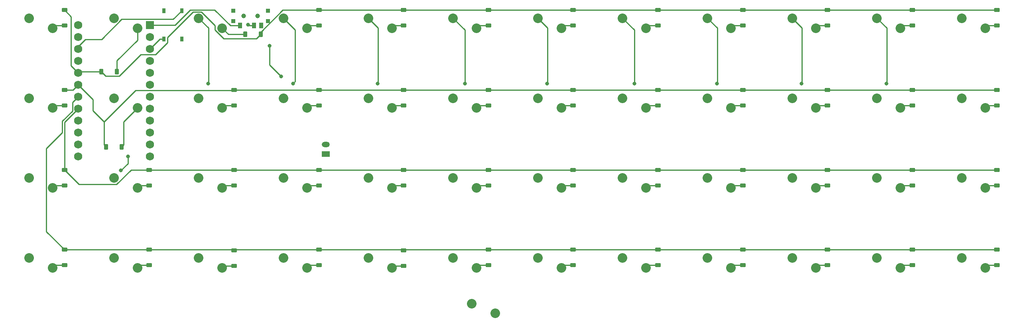
<source format=gbr>
%TF.GenerationSoftware,KiCad,Pcbnew,9.0.3-1.fc42*%
%TF.CreationDate,2025-08-13T23:51:53-04:00*%
%TF.ProjectId,48ish_soldered,34386973-685f-4736-9f6c-64657265642e,v1.0.0*%
%TF.SameCoordinates,Original*%
%TF.FileFunction,Copper,L2,Bot*%
%TF.FilePolarity,Positive*%
%FSLAX46Y46*%
G04 Gerber Fmt 4.6, Leading zero omitted, Abs format (unit mm)*
G04 Created by KiCad (PCBNEW 9.0.3-1.fc42) date 2025-08-13 23:51:53*
%MOMM*%
%LPD*%
G01*
G04 APERTURE LIST*
G04 Aperture macros list*
%AMRoundRect*
0 Rectangle with rounded corners*
0 $1 Rounding radius*
0 $2 $3 $4 $5 $6 $7 $8 $9 X,Y pos of 4 corners*
0 Add a 4 corners polygon primitive as box body*
4,1,4,$2,$3,$4,$5,$6,$7,$8,$9,$2,$3,0*
0 Add four circle primitives for the rounded corners*
1,1,$1+$1,$2,$3*
1,1,$1+$1,$4,$5*
1,1,$1+$1,$6,$7*
1,1,$1+$1,$8,$9*
0 Add four rect primitives between the rounded corners*
20,1,$1+$1,$2,$3,$4,$5,0*
20,1,$1+$1,$4,$5,$6,$7,0*
20,1,$1+$1,$6,$7,$8,$9,0*
20,1,$1+$1,$8,$9,$2,$3,0*%
G04 Aperture macros list end*
%TA.AperFunction,ComponentPad*%
%ADD10C,2.032000*%
%TD*%
%TA.AperFunction,ComponentPad*%
%ADD11C,1.752600*%
%TD*%
%TA.AperFunction,ComponentPad*%
%ADD12R,1.752600X1.752600*%
%TD*%
%TA.AperFunction,SMDPad,CuDef*%
%ADD13R,0.900000X0.900000*%
%TD*%
%TA.AperFunction,WasherPad*%
%ADD14C,1.000000*%
%TD*%
%TA.AperFunction,SMDPad,CuDef*%
%ADD15R,0.900000X1.250000*%
%TD*%
%TA.AperFunction,ComponentPad*%
%ADD16R,1.700000X1.200000*%
%TD*%
%TA.AperFunction,ComponentPad*%
%ADD17O,1.700000X1.200000*%
%TD*%
%TA.AperFunction,SMDPad,CuDef*%
%ADD18R,0.750000X1.000000*%
%TD*%
%TA.AperFunction,SMDPad,CuDef*%
%ADD19RoundRect,0.225000X-0.375000X0.225000X-0.375000X-0.225000X0.375000X-0.225000X0.375000X0.225000X0*%
%TD*%
%TA.AperFunction,SMDPad,CuDef*%
%ADD20RoundRect,0.225000X0.225000X0.375000X-0.225000X0.375000X-0.225000X-0.375000X0.225000X-0.375000X0*%
%TD*%
%TA.AperFunction,SMDPad,CuDef*%
%ADD21RoundRect,0.225000X-0.225000X-0.375000X0.225000X-0.375000X0.225000X0.375000X-0.225000X0.375000X0*%
%TD*%
%TA.AperFunction,ViaPad*%
%ADD22C,0.800000*%
%TD*%
%TA.AperFunction,Conductor*%
%ADD23C,0.250000*%
%TD*%
G04 APERTURE END LIST*
D10*
%TO.P,S32,2*%
%TO.N,eight*%
X126000000Y56900000D03*
%TO.P,S32,1*%
%TO.N,eight_home*%
X131000000Y54800000D03*
%TD*%
%TO.P,S25,2*%
%TO.N,six_modrow*%
X99000000Y11100000D03*
%TO.P,S25,1*%
%TO.N,six*%
X94000000Y13200000D03*
%TD*%
D11*
%TO.P,MCU1,24*%
%TO.N,two*%
X10380000Y44530000D03*
%TO.P,MCU1,23*%
%TO.N,three*%
X10380000Y47070000D03*
%TO.P,MCU1,22*%
%TO.N,four*%
X10380000Y49610000D03*
%TO.P,MCU1,21*%
%TO.N,one*%
X10380000Y52150000D03*
%TO.P,MCU1,20*%
%TO.N,bottom*%
X10380000Y54690000D03*
%TO.P,MCU1,19*%
%TO.N,modrow*%
X10380000Y57230000D03*
%TO.P,MCU1,18*%
%TO.N,home*%
X10380000Y59770000D03*
%TO.P,MCU1,17*%
%TO.N,top*%
X10380000Y62310000D03*
%TO.P,MCU1,16*%
%TO.N,GND*%
X10380000Y64850000D03*
%TO.P,MCU1,15*%
X10380000Y67390000D03*
%TO.P,MCU1,14*%
%TO.N,P0*%
X10380000Y69930000D03*
%TO.P,MCU1,13*%
%TO.N,P1*%
X10380000Y72470000D03*
%TO.P,MCU1,12*%
%TO.N,five*%
X25620000Y44530000D03*
%TO.P,MCU1,11*%
%TO.N,six*%
X25620000Y47070000D03*
%TO.P,MCU1,10*%
%TO.N,seven*%
X25620000Y49610000D03*
%TO.P,MCU1,9*%
%TO.N,eight*%
X25620000Y52150000D03*
%TO.P,MCU1,8*%
%TO.N,nine*%
X25620000Y54690000D03*
%TO.P,MCU1,7*%
%TO.N,ten*%
X25620000Y57230000D03*
%TO.P,MCU1,6*%
%TO.N,eleven*%
X25620000Y59770000D03*
%TO.P,MCU1,5*%
%TO.N,twelve*%
X25620000Y62310000D03*
%TO.P,MCU1,4*%
%TO.N,VCC*%
X25620000Y64850000D03*
%TO.P,MCU1,3*%
%TO.N,RST*%
X25620000Y67390000D03*
%TO.P,MCU1,2*%
%TO.N,GND*%
X25620000Y69930000D03*
D12*
%TO.P,MCU1,1*%
%TO.N,RAW*%
X25620000Y72470000D03*
%TD*%
D13*
%TO.P,S1,*%
%TO.N,*%
X43300000Y75500000D03*
X43300000Y73300000D03*
D14*
X45500000Y74400000D03*
X48500000Y74400000D03*
D13*
X50700000Y75500000D03*
X50700000Y73300000D03*
D15*
%TO.P,S1,1*%
%TO.N,RAW*%
X44750000Y72325000D03*
%TO.P,S1,2*%
%TO.N,BAT*%
X47750000Y72325000D03*
%TO.P,S1,3*%
%TO.N,N/C*%
X49250000Y72325000D03*
%TD*%
D16*
%TO.P,JST1,1*%
%TO.N,BAT*%
X63000000Y45000000D03*
D17*
%TO.P,JST1,2*%
%TO.N,GND*%
X63000000Y47000000D03*
%TD*%
D18*
%TO.P,S2,1*%
%TO.N,N/C*%
X28625000Y75500000D03*
%TO.N,RST*%
X28625000Y69500000D03*
%TO.P,S2,2*%
%TO.N,GND*%
X32375000Y75500000D03*
%TO.N,N/C*%
X32375000Y69500000D03*
%TD*%
D10*
%TO.P,S41,1*%
%TO.N,ten_top*%
X167000000Y71800000D03*
%TO.P,S41,2*%
%TO.N,ten*%
X162000000Y73900000D03*
%TD*%
%TO.P,S29,1*%
%TO.N,seven_top*%
X113000000Y71800000D03*
%TO.P,S29,2*%
%TO.N,seven*%
X108000000Y73900000D03*
%TD*%
%TO.P,S19,1*%
%TO.N,five_home*%
X77000000Y54800000D03*
%TO.P,S19,2*%
%TO.N,five*%
X72000000Y56900000D03*
%TD*%
%TO.P,S8,1*%
%TO.N,two_top*%
X23000000Y71800000D03*
%TO.P,S8,2*%
%TO.N,two*%
X18000000Y73900000D03*
%TD*%
%TO.P,S44,1*%
%TO.N,eleven_home*%
X185000000Y54800000D03*
%TO.P,S44,2*%
%TO.N,eleven*%
X180000000Y56900000D03*
%TD*%
%TO.P,S28,1*%
%TO.N,seven_home*%
X113000000Y54800000D03*
%TO.P,S28,2*%
%TO.N,seven*%
X108000000Y56900000D03*
%TD*%
%TO.P,S14,1*%
%TO.N,four_bottom*%
X59000000Y37800000D03*
%TO.P,S14,2*%
%TO.N,four*%
X54000000Y39900000D03*
%TD*%
%TO.P,S2,1*%
%TO.N,one_bottom*%
X5000000Y37800000D03*
%TO.P,S2,2*%
%TO.N,one*%
X0Y39900000D03*
%TD*%
%TO.P,S12,1*%
%TO.N,three_top*%
X41000000Y71800000D03*
%TO.P,S12,2*%
%TO.N,three*%
X36000000Y73900000D03*
%TD*%
%TO.P,S37,1*%
%TO.N,nine_top*%
X149000000Y71800000D03*
%TO.P,S37,2*%
%TO.N,nine*%
X144000000Y73900000D03*
%TD*%
%TO.P,S20,1*%
%TO.N,five_top*%
X77000000Y71800000D03*
%TO.P,S20,2*%
%TO.N,five*%
X72000000Y73900000D03*
%TD*%
%TO.P,S17,1*%
%TO.N,five_modrow*%
X77000000Y20800000D03*
%TO.P,S17,2*%
%TO.N,five*%
X72000000Y22900000D03*
%TD*%
%TO.P,S45,1*%
%TO.N,eleven_top*%
X185000000Y71800000D03*
%TO.P,S45,2*%
%TO.N,eleven*%
X180000000Y73900000D03*
%TD*%
%TO.P,S15,1*%
%TO.N,four_home*%
X59000000Y54800000D03*
%TO.P,S15,2*%
%TO.N,four*%
X54000000Y56900000D03*
%TD*%
%TO.P,S24,1*%
%TO.N,six_top*%
X95000000Y71800000D03*
%TO.P,S24,2*%
%TO.N,six*%
X90000000Y73900000D03*
%TD*%
%TO.P,S11,1*%
%TO.N,three_home*%
X41000000Y54800000D03*
%TO.P,S11,2*%
%TO.N,three*%
X36000000Y56900000D03*
%TD*%
%TO.P,S27,1*%
%TO.N,seven_bottom*%
X113000000Y37800000D03*
%TO.P,S27,2*%
%TO.N,seven*%
X108000000Y39900000D03*
%TD*%
%TO.P,S6,1*%
%TO.N,two_bottom*%
X23000000Y37800000D03*
%TO.P,S6,2*%
%TO.N,two*%
X18000000Y39900000D03*
%TD*%
%TO.P,S1,1*%
%TO.N,one_modrow*%
X5000000Y20800000D03*
%TO.P,S1,2*%
%TO.N,one*%
X0Y22900000D03*
%TD*%
%TO.P,S31,1*%
%TO.N,eight_bottom*%
X131000000Y37800000D03*
%TO.P,S31,2*%
%TO.N,eight*%
X126000000Y39900000D03*
%TD*%
%TO.P,S9,1*%
%TO.N,three_modrow*%
X41000000Y20800000D03*
%TO.P,S9,2*%
%TO.N,three*%
X36000000Y22900000D03*
%TD*%
%TO.P,S18,1*%
%TO.N,five_bottom*%
X77000000Y37800000D03*
%TO.P,S18,2*%
%TO.N,five*%
X72000000Y39900000D03*
%TD*%
%TO.P,S34,1*%
%TO.N,nine_modrow*%
X149000000Y20800000D03*
%TO.P,S34,2*%
%TO.N,nine*%
X144000000Y22900000D03*
%TD*%
%TO.P,S36,1*%
%TO.N,nine_home*%
X149000000Y54800000D03*
%TO.P,S36,2*%
%TO.N,nine*%
X144000000Y56900000D03*
%TD*%
%TO.P,S21,1*%
%TO.N,six_modrow*%
X95000000Y20800000D03*
%TO.P,S21,2*%
%TO.N,six*%
X90000000Y22900000D03*
%TD*%
%TO.P,S13,1*%
%TO.N,four_modrow*%
X59000000Y20800000D03*
%TO.P,S13,2*%
%TO.N,four*%
X54000000Y22900000D03*
%TD*%
%TO.P,S40,1*%
%TO.N,ten_home*%
X167000000Y54800000D03*
%TO.P,S40,2*%
%TO.N,ten*%
X162000000Y56900000D03*
%TD*%
%TO.P,S49,1*%
%TO.N,twelve_top*%
X203000000Y71800000D03*
%TO.P,S49,2*%
%TO.N,twelve*%
X198000000Y73900000D03*
%TD*%
%TO.P,S43,1*%
%TO.N,eleven_bottom*%
X185000000Y37800000D03*
%TO.P,S43,2*%
%TO.N,eleven*%
X180000000Y39900000D03*
%TD*%
%TO.P,S33,1*%
%TO.N,eight_top*%
X131000000Y71800000D03*
%TO.P,S33,2*%
%TO.N,eight*%
X126000000Y73900000D03*
%TD*%
%TO.P,S22,1*%
%TO.N,six_bottom*%
X95000000Y37800000D03*
%TO.P,S22,2*%
%TO.N,six*%
X90000000Y39900000D03*
%TD*%
%TO.P,S39,1*%
%TO.N,ten_bottom*%
X167000000Y37800000D03*
%TO.P,S39,2*%
%TO.N,ten*%
X162000000Y39900000D03*
%TD*%
%TO.P,S23,1*%
%TO.N,six_home*%
X95000000Y54800000D03*
%TO.P,S23,2*%
%TO.N,six*%
X90000000Y56900000D03*
%TD*%
%TO.P,S35,1*%
%TO.N,nine_bottom*%
X149000000Y37800000D03*
%TO.P,S35,2*%
%TO.N,nine*%
X144000000Y39900000D03*
%TD*%
%TO.P,S16,1*%
%TO.N,four_top*%
X59000000Y71800000D03*
%TO.P,S16,2*%
%TO.N,four*%
X54000000Y73900000D03*
%TD*%
%TO.P,S46,1*%
%TO.N,twelve_modrow*%
X203000000Y20800000D03*
%TO.P,S46,2*%
%TO.N,twelve*%
X198000000Y22900000D03*
%TD*%
%TO.P,S42,1*%
%TO.N,eleven_modrow*%
X185000000Y20800000D03*
%TO.P,S42,2*%
%TO.N,eleven*%
X180000000Y22900000D03*
%TD*%
%TO.P,S38,1*%
%TO.N,ten_modrow*%
X167000000Y20800000D03*
%TO.P,S38,2*%
%TO.N,ten*%
X162000000Y22900000D03*
%TD*%
%TO.P,S5,1*%
%TO.N,two_modrow*%
X23000000Y20800000D03*
%TO.P,S5,2*%
%TO.N,two*%
X18000000Y22900000D03*
%TD*%
%TO.P,S30,1*%
%TO.N,eight_modrow*%
X131000000Y20800000D03*
%TO.P,S30,2*%
%TO.N,eight*%
X126000000Y22900000D03*
%TD*%
%TO.P,S7,1*%
%TO.N,two_home*%
X23000000Y54800000D03*
%TO.P,S7,2*%
%TO.N,two*%
X18000000Y56900000D03*
%TD*%
%TO.P,S4,1*%
%TO.N,one_top*%
X5000000Y71800000D03*
%TO.P,S4,2*%
%TO.N,one*%
X0Y73900000D03*
%TD*%
%TO.P,S10,1*%
%TO.N,three_bottom*%
X41000000Y37800000D03*
%TO.P,S10,2*%
%TO.N,three*%
X36000000Y39900000D03*
%TD*%
%TO.P,S48,1*%
%TO.N,twelve_home*%
X203000000Y54800000D03*
%TO.P,S48,2*%
%TO.N,twelve*%
X198000000Y56900000D03*
%TD*%
%TO.P,S26,1*%
%TO.N,seven_modrow*%
X113000000Y20800000D03*
%TO.P,S26,2*%
%TO.N,seven*%
X108000000Y22900000D03*
%TD*%
%TO.P,S47,1*%
%TO.N,twelve_bottom*%
X203000000Y37800000D03*
%TO.P,S47,2*%
%TO.N,twelve*%
X198000000Y39900000D03*
%TD*%
%TO.P,S3,1*%
%TO.N,one_home*%
X5000000Y54800000D03*
%TO.P,S3,2*%
%TO.N,one*%
X0Y56900000D03*
%TD*%
D19*
%TO.P,D21,1*%
%TO.N,modrow*%
X97500000Y24650000D03*
%TO.P,D21,2*%
%TO.N,six_modrow*%
X97500000Y21350000D03*
%TD*%
%TO.P,D23,1*%
%TO.N,home*%
X97500000Y58650000D03*
%TO.P,D23,2*%
%TO.N,six_home*%
X97500000Y55350000D03*
%TD*%
%TO.P,D41,1*%
%TO.N,top*%
X169500000Y75650000D03*
%TO.P,D41,2*%
%TO.N,ten_top*%
X169500000Y72350000D03*
%TD*%
D20*
%TO.P,D12,1*%
%TO.N,top*%
X49150000Y70500000D03*
%TO.P,D12,2*%
%TO.N,three_top*%
X45850000Y70500000D03*
%TD*%
D19*
%TO.P,D5,1*%
%TO.N,modrow*%
X25500000Y24650000D03*
%TO.P,D5,2*%
%TO.N,two_modrow*%
X25500000Y21350000D03*
%TD*%
%TO.P,D42,1*%
%TO.N,modrow*%
X187500000Y24650000D03*
%TO.P,D42,2*%
%TO.N,eleven_modrow*%
X187500000Y21350000D03*
%TD*%
%TO.P,D30,1*%
%TO.N,modrow*%
X133500000Y24650000D03*
%TO.P,D30,2*%
%TO.N,eight_modrow*%
X133500000Y21350000D03*
%TD*%
%TO.P,D37,1*%
%TO.N,top*%
X151500000Y75650000D03*
%TO.P,D37,2*%
%TO.N,nine_top*%
X151500000Y72350000D03*
%TD*%
%TO.P,D4,1*%
%TO.N,top*%
X7500000Y75650000D03*
%TO.P,D4,2*%
%TO.N,one_top*%
X7500000Y72350000D03*
%TD*%
%TO.P,D18,1*%
%TO.N,bottom*%
X79500000Y41650000D03*
%TO.P,D18,2*%
%TO.N,five_bottom*%
X79500000Y38350000D03*
%TD*%
%TO.P,D19,1*%
%TO.N,home*%
X79500000Y58650000D03*
%TO.P,D19,2*%
%TO.N,five_home*%
X79500000Y55350000D03*
%TD*%
%TO.P,D10,1*%
%TO.N,bottom*%
X43500000Y41650000D03*
%TO.P,D10,2*%
%TO.N,three_bottom*%
X43500000Y38350000D03*
%TD*%
%TO.P,D43,1*%
%TO.N,bottom*%
X187500000Y41650000D03*
%TO.P,D43,2*%
%TO.N,eleven_bottom*%
X187500000Y38350000D03*
%TD*%
%TO.P,D31,1*%
%TO.N,bottom*%
X133500000Y41650000D03*
%TO.P,D31,2*%
%TO.N,eight_bottom*%
X133500000Y38350000D03*
%TD*%
%TO.P,D45,1*%
%TO.N,top*%
X187500000Y75650000D03*
%TO.P,D45,2*%
%TO.N,eleven_top*%
X187500000Y72350000D03*
%TD*%
%TO.P,D39,1*%
%TO.N,bottom*%
X169500000Y41650000D03*
%TO.P,D39,2*%
%TO.N,ten_bottom*%
X169500000Y38350000D03*
%TD*%
D21*
%TO.P,D8,1*%
%TO.N,top*%
X15350000Y62500000D03*
%TO.P,D8,2*%
%TO.N,two_top*%
X18650000Y62500000D03*
%TD*%
D19*
%TO.P,D17,1*%
%TO.N,modrow*%
X79500000Y24500000D03*
%TO.P,D17,2*%
%TO.N,five_modrow*%
X79500000Y21200000D03*
%TD*%
%TO.P,D2,1*%
%TO.N,bottom*%
X7500000Y41650000D03*
%TO.P,D2,2*%
%TO.N,one_bottom*%
X7500000Y38350000D03*
%TD*%
%TO.P,D33,1*%
%TO.N,top*%
X133500000Y75650000D03*
%TO.P,D33,2*%
%TO.N,eight_top*%
X133500000Y72350000D03*
%TD*%
%TO.P,D20,1*%
%TO.N,top*%
X79500000Y75650000D03*
%TO.P,D20,2*%
%TO.N,five_top*%
X79500000Y72350000D03*
%TD*%
%TO.P,D49,1*%
%TO.N,top*%
X205500000Y75650000D03*
%TO.P,D49,2*%
%TO.N,twelve_top*%
X205500000Y72350000D03*
%TD*%
%TO.P,D11,1*%
%TO.N,home*%
X43500000Y58650000D03*
%TO.P,D11,2*%
%TO.N,three_home*%
X43500000Y55350000D03*
%TD*%
%TO.P,D36,1*%
%TO.N,home*%
X151500000Y58650000D03*
%TO.P,D36,2*%
%TO.N,nine_home*%
X151500000Y55350000D03*
%TD*%
%TO.P,D35,1*%
%TO.N,bottom*%
X151500000Y41650000D03*
%TO.P,D35,2*%
%TO.N,nine_bottom*%
X151500000Y38350000D03*
%TD*%
%TO.P,D3,1*%
%TO.N,home*%
X7500000Y58650000D03*
%TO.P,D3,2*%
%TO.N,one_home*%
X7500000Y55350000D03*
%TD*%
%TO.P,D27,1*%
%TO.N,bottom*%
X115500000Y41650000D03*
%TO.P,D27,2*%
%TO.N,seven_bottom*%
X115500000Y38350000D03*
%TD*%
%TO.P,D22,1*%
%TO.N,bottom*%
X97500000Y41650000D03*
%TO.P,D22,2*%
%TO.N,six_bottom*%
X97500000Y38350000D03*
%TD*%
D21*
%TO.P,D7,1*%
%TO.N,home*%
X16350000Y46500000D03*
%TO.P,D7,2*%
%TO.N,two_home*%
X19650000Y46500000D03*
%TD*%
D19*
%TO.P,D13,1*%
%TO.N,modrow*%
X61500000Y24650000D03*
%TO.P,D13,2*%
%TO.N,four_modrow*%
X61500000Y21350000D03*
%TD*%
%TO.P,D26,1*%
%TO.N,modrow*%
X115500000Y24650000D03*
%TO.P,D26,2*%
%TO.N,seven_modrow*%
X115500000Y21350000D03*
%TD*%
%TO.P,D6,1*%
%TO.N,bottom*%
X25500000Y41650000D03*
%TO.P,D6,2*%
%TO.N,two_bottom*%
X25500000Y38350000D03*
%TD*%
%TO.P,D1,1*%
%TO.N,modrow*%
X7500000Y24650000D03*
%TO.P,D1,2*%
%TO.N,one_modrow*%
X7500000Y21350000D03*
%TD*%
%TO.P,D47,1*%
%TO.N,bottom*%
X205500000Y41650000D03*
%TO.P,D47,2*%
%TO.N,twelve_bottom*%
X205500000Y38350000D03*
%TD*%
%TO.P,D16,1*%
%TO.N,top*%
X61500000Y75650000D03*
%TO.P,D16,2*%
%TO.N,four_top*%
X61500000Y72350000D03*
%TD*%
%TO.P,D44,1*%
%TO.N,home*%
X187500000Y58650000D03*
%TO.P,D44,2*%
%TO.N,eleven_home*%
X187500000Y55350000D03*
%TD*%
%TO.P,D24,1*%
%TO.N,top*%
X97500000Y75650000D03*
%TO.P,D24,2*%
%TO.N,six_top*%
X97500000Y72350000D03*
%TD*%
%TO.P,D40,1*%
%TO.N,home*%
X169500000Y58650000D03*
%TO.P,D40,2*%
%TO.N,ten_home*%
X169500000Y55350000D03*
%TD*%
%TO.P,D9,1*%
%TO.N,modrow*%
X43500000Y24500000D03*
%TO.P,D9,2*%
%TO.N,three_modrow*%
X43500000Y21200000D03*
%TD*%
%TO.P,D28,1*%
%TO.N,home*%
X115500000Y58650000D03*
%TO.P,D28,2*%
%TO.N,seven_home*%
X115500000Y55350000D03*
%TD*%
%TO.P,D34,1*%
%TO.N,modrow*%
X151500000Y24650000D03*
%TO.P,D34,2*%
%TO.N,nine_modrow*%
X151500000Y21350000D03*
%TD*%
%TO.P,D46,1*%
%TO.N,modrow*%
X205500000Y24650000D03*
%TO.P,D46,2*%
%TO.N,twelve_modrow*%
X205500000Y21350000D03*
%TD*%
%TO.P,D32,1*%
%TO.N,home*%
X133500000Y58650000D03*
%TO.P,D32,2*%
%TO.N,eight_home*%
X133500000Y55350000D03*
%TD*%
%TO.P,D15,1*%
%TO.N,home*%
X61500000Y58650000D03*
%TO.P,D15,2*%
%TO.N,four_home*%
X61500000Y55350000D03*
%TD*%
%TO.P,D29,1*%
%TO.N,top*%
X115500000Y75650000D03*
%TO.P,D29,2*%
%TO.N,seven_top*%
X115500000Y72350000D03*
%TD*%
%TO.P,D48,1*%
%TO.N,home*%
X205500000Y58650000D03*
%TO.P,D48,2*%
%TO.N,twelve_home*%
X205500000Y55350000D03*
%TD*%
%TO.P,D38,1*%
%TO.N,modrow*%
X169500000Y24650000D03*
%TO.P,D38,2*%
%TO.N,ten_modrow*%
X169500000Y21350000D03*
%TD*%
%TO.P,D14,1*%
%TO.N,bottom*%
X61500000Y41650000D03*
%TO.P,D14,2*%
%TO.N,four_bottom*%
X61500000Y38350000D03*
%TD*%
D22*
%TO.N,BAT*%
X46500000Y72500000D03*
%TO.N,two*%
X19500000Y41500000D03*
X21000000Y44500000D03*
%TO.N,three*%
X38000000Y60000000D03*
%TO.N,four*%
X56000000Y60000000D03*
%TO.N,five*%
X74000000Y60000000D03*
%TO.N,six*%
X92500000Y60000000D03*
%TO.N,seven*%
X110000000Y60000000D03*
%TO.N,eight*%
X128500000Y60000000D03*
%TO.N,nine*%
X146000000Y60000000D03*
%TO.N,ten*%
X164000000Y60000000D03*
%TO.N,eleven*%
X182000000Y60000000D03*
%TO.N,BAT*%
X51000000Y68000000D03*
X53500000Y61500000D03*
%TD*%
D23*
%TO.N,BAT*%
X47750000Y72325000D02*
X46675000Y72325000D01*
X46675000Y72325000D02*
X46500000Y72500000D01*
%TO.N,RAW*%
X25620000Y72470000D02*
X30970000Y72470000D01*
X30970000Y72470000D02*
X34193000Y75693000D01*
X34193000Y75693000D02*
X39355000Y75693000D01*
X39355000Y75693000D02*
X42723000Y72325000D01*
X42723000Y72325000D02*
X44750000Y72325000D01*
%TO.N,top*%
X39455875Y71446250D02*
X39455875Y72342000D01*
X39455875Y72342000D02*
X36555875Y75242000D01*
X36555875Y75242000D02*
X34742000Y75242000D01*
X29326000Y69826000D02*
X29326000Y68674000D01*
X34742000Y75242000D02*
X29326000Y69826000D01*
X29326000Y68674000D02*
X26839700Y66187700D01*
X49150000Y70500000D02*
X48224000Y69574000D01*
X41328125Y69574000D02*
X39455875Y71446250D01*
X48224000Y69574000D02*
X41328125Y69574000D01*
X16276000Y61574000D02*
X15350000Y62500000D01*
X26839700Y66187700D02*
X23723166Y66187700D01*
X23723166Y66187700D02*
X19109466Y61574000D01*
X19109466Y61574000D02*
X16276000Y61574000D01*
%TO.N,GND*%
X32375000Y75500000D02*
X30547300Y73672300D01*
X30547300Y73672300D02*
X19670175Y73672300D01*
X10380000Y67880000D02*
X10380000Y67390000D01*
X19670175Y73672300D02*
X15429866Y69431991D01*
X15429866Y69431991D02*
X11931991Y69431991D01*
X11931991Y69431991D02*
X10380000Y67880000D01*
%TO.N,RST*%
X28625000Y69500000D02*
X27730000Y69500000D01*
X27730000Y69500000D02*
X25620000Y67390000D01*
%TO.N,one_modrow*%
X7500000Y21350000D02*
X5550000Y21350000D01*
X5550000Y21350000D02*
X5000000Y20800000D01*
%TO.N,one_bottom*%
X5550000Y38350000D02*
X5000000Y37800000D01*
X7500000Y38350000D02*
X5550000Y38350000D01*
%TO.N,one_home*%
X7500000Y55350000D02*
X5550000Y55350000D01*
X5550000Y55350000D02*
X5000000Y54800000D01*
%TO.N,one_top*%
X5550000Y72350000D02*
X5000000Y71800000D01*
X7500000Y72350000D02*
X5550000Y72350000D01*
%TO.N,two_modrow*%
X25500000Y21350000D02*
X23550000Y21350000D01*
X23550000Y21350000D02*
X23000000Y20800000D01*
%TO.N,two*%
X21000000Y43000000D02*
X19500000Y41500000D01*
X21000000Y44500000D02*
X21000000Y43000000D01*
%TO.N,two_bottom*%
X23550000Y38350000D02*
X23000000Y37800000D01*
X25500000Y38350000D02*
X23550000Y38350000D01*
%TO.N,two_home*%
X20090500Y46940500D02*
X20090500Y51890500D01*
X20090500Y51890500D02*
X23000000Y54800000D01*
X19650000Y46500000D02*
X20090500Y46940500D01*
%TO.N,two_top*%
X23000000Y69235099D02*
X23000000Y71800000D01*
X18650000Y62500000D02*
X18650000Y64885099D01*
X18650000Y64885099D02*
X23000000Y69235099D01*
%TO.N,three_modrow*%
X41400000Y21200000D02*
X41000000Y20800000D01*
X43500000Y21200000D02*
X41400000Y21200000D01*
%TO.N,three*%
X38090500Y71809500D02*
X36000000Y73900000D01*
X38090500Y60090500D02*
X38090500Y71809500D01*
X38000000Y60000000D02*
X38090500Y60090500D01*
%TO.N,three_bottom*%
X41550000Y38350000D02*
X41000000Y37800000D01*
X43500000Y38350000D02*
X41550000Y38350000D01*
%TO.N,three_home*%
X41550000Y55350000D02*
X41000000Y54800000D01*
X43500000Y55350000D02*
X41550000Y55350000D01*
%TO.N,three_top*%
X45850000Y70500000D02*
X42300000Y70500000D01*
X42300000Y70500000D02*
X41000000Y71800000D01*
%TO.N,four_modrow*%
X61500000Y21350000D02*
X59550000Y21350000D01*
X59550000Y21350000D02*
X59000000Y20800000D01*
%TO.N,four*%
X56500000Y71400000D02*
X54000000Y73900000D01*
X56500000Y60500000D02*
X56500000Y71400000D01*
X56000000Y60000000D02*
X56500000Y60500000D01*
%TO.N,four_bottom*%
X61500000Y38350000D02*
X59550000Y38350000D01*
X59550000Y38350000D02*
X59000000Y37800000D01*
%TO.N,four_home*%
X61500000Y55350000D02*
X59550000Y55350000D01*
X59550000Y55350000D02*
X59000000Y54800000D01*
%TO.N,four_top*%
X59550000Y72350000D02*
X59000000Y71800000D01*
X61500000Y72350000D02*
X59550000Y72350000D01*
%TO.N,five_modrow*%
X79500000Y21200000D02*
X77400000Y21200000D01*
X77400000Y21200000D02*
X77000000Y20800000D01*
%TO.N,five*%
X74090500Y60090500D02*
X74090500Y71809500D01*
X74090500Y71809500D02*
X72000000Y73900000D01*
X74000000Y60000000D02*
X74090500Y60090500D01*
%TO.N,five_bottom*%
X79500000Y38350000D02*
X77550000Y38350000D01*
X77550000Y38350000D02*
X77000000Y37800000D01*
%TO.N,five_home*%
X79500000Y55350000D02*
X77550000Y55350000D01*
X77550000Y55350000D02*
X77000000Y54800000D01*
%TO.N,five_top*%
X79500000Y72350000D02*
X77550000Y72350000D01*
X77550000Y72350000D02*
X77000000Y71800000D01*
%TO.N,six_modrow*%
X97500000Y21350000D02*
X95550000Y21350000D01*
X95550000Y21350000D02*
X95000000Y20800000D01*
%TO.N,six*%
X92500000Y71400000D02*
X90000000Y73900000D01*
X92500000Y60000000D02*
X92500000Y71400000D01*
%TO.N,six_bottom*%
X97500000Y38350000D02*
X95550000Y38350000D01*
X95550000Y38350000D02*
X95000000Y37800000D01*
%TO.N,six_home*%
X97500000Y55350000D02*
X95550000Y55350000D01*
X95550000Y55350000D02*
X95000000Y54800000D01*
%TO.N,six_top*%
X97500000Y72350000D02*
X95550000Y72350000D01*
X95550000Y72350000D02*
X95000000Y71800000D01*
%TO.N,seven*%
X110000000Y60000000D02*
X110090500Y60090500D01*
X110090500Y60090500D02*
X110090500Y71809500D01*
X110090500Y71809500D02*
X108000000Y73900000D01*
%TO.N,seven_modrow*%
X113550000Y21350000D02*
X113000000Y20800000D01*
X115500000Y21350000D02*
X113550000Y21350000D01*
%TO.N,seven_bottom*%
X115500000Y38350000D02*
X113550000Y38350000D01*
X113550000Y38350000D02*
X113000000Y37800000D01*
%TO.N,seven_home*%
X113550000Y55350000D02*
X113000000Y54800000D01*
X115500000Y55350000D02*
X113550000Y55350000D01*
%TO.N,seven_top*%
X113550000Y72350000D02*
X113000000Y71800000D01*
X115500000Y72350000D02*
X113550000Y72350000D01*
%TO.N,eight_modrow*%
X133500000Y21350000D02*
X131550000Y21350000D01*
X131550000Y21350000D02*
X131000000Y20800000D01*
%TO.N,eight*%
X128500000Y60000000D02*
X128500000Y71400000D01*
X128500000Y71400000D02*
X126000000Y73900000D01*
%TO.N,eight_bottom*%
X133500000Y38350000D02*
X131550000Y38350000D01*
X131550000Y38350000D02*
X131000000Y37800000D01*
%TO.N,eight_home*%
X131550000Y55350000D02*
X131000000Y54800000D01*
X133500000Y55350000D02*
X131550000Y55350000D01*
%TO.N,eight_top*%
X133500000Y72350000D02*
X131550000Y72350000D01*
X131550000Y72350000D02*
X131000000Y71800000D01*
%TO.N,nine_modrow*%
X149550000Y21350000D02*
X149000000Y20800000D01*
X151500000Y21350000D02*
X149550000Y21350000D01*
%TO.N,nine*%
X146090500Y71809500D02*
X144000000Y73900000D01*
X146000000Y60000000D02*
X146090500Y60090500D01*
X146090500Y60090500D02*
X146090500Y71809500D01*
%TO.N,nine_bottom*%
X151500000Y38350000D02*
X149550000Y38350000D01*
X149550000Y38350000D02*
X149000000Y37800000D01*
%TO.N,nine_home*%
X149550000Y55350000D02*
X149000000Y54800000D01*
X151500000Y55350000D02*
X149550000Y55350000D01*
%TO.N,nine_top*%
X149550000Y72350000D02*
X149000000Y71800000D01*
X151500000Y72350000D02*
X149550000Y72350000D01*
%TO.N,ten_modrow*%
X169500000Y21350000D02*
X167550000Y21350000D01*
X167550000Y21350000D02*
X167000000Y20800000D01*
%TO.N,ten*%
X164090500Y71809500D02*
X162000000Y73900000D01*
X164090500Y60090500D02*
X164090500Y71809500D01*
X164000000Y60000000D02*
X164090500Y60090500D01*
%TO.N,ten_bottom*%
X167550000Y38350000D02*
X167000000Y37800000D01*
X169500000Y38350000D02*
X167550000Y38350000D01*
%TO.N,ten_home*%
X167550000Y55350000D02*
X167000000Y54800000D01*
X169500000Y55350000D02*
X167550000Y55350000D01*
%TO.N,ten_top*%
X167550000Y72350000D02*
X167000000Y71800000D01*
X169500000Y72350000D02*
X167550000Y72350000D01*
%TO.N,eleven_modrow*%
X187500000Y21350000D02*
X185550000Y21350000D01*
X185550000Y21350000D02*
X185000000Y20800000D01*
%TO.N,eleven*%
X182090500Y60090500D02*
X182090500Y71809500D01*
X182090500Y71809500D02*
X180000000Y73900000D01*
X182000000Y60000000D02*
X182090500Y60090500D01*
%TO.N,eleven_bottom*%
X185550000Y38350000D02*
X185000000Y37800000D01*
X187500000Y38350000D02*
X185550000Y38350000D01*
%TO.N,eleven_home*%
X187500000Y55350000D02*
X185550000Y55350000D01*
X185550000Y55350000D02*
X185000000Y54800000D01*
%TO.N,eleven_top*%
X187500000Y72350000D02*
X185550000Y72350000D01*
X185550000Y72350000D02*
X185000000Y71800000D01*
%TO.N,twelve_modrow*%
X203550000Y21350000D02*
X203000000Y20800000D01*
X205500000Y21350000D02*
X203550000Y21350000D01*
%TO.N,twelve_bottom*%
X203550000Y38350000D02*
X203000000Y37800000D01*
X205500000Y38350000D02*
X203550000Y38350000D01*
%TO.N,twelve_home*%
X205500000Y55350000D02*
X203550000Y55350000D01*
X203550000Y55350000D02*
X203000000Y54800000D01*
%TO.N,twelve_top*%
X205500000Y72350000D02*
X203550000Y72350000D01*
X203550000Y72350000D02*
X203000000Y71800000D01*
%TO.N,modrow*%
X7500000Y24650000D02*
X3658000Y28492000D01*
X187500000Y24650000D02*
X169500000Y24650000D01*
X9177700Y56027700D02*
X10380000Y57230000D01*
X7049000Y51996810D02*
X9177700Y54125510D01*
X205500000Y24650000D02*
X187500000Y24650000D01*
X7049000Y49549000D02*
X7049000Y51996810D01*
X9177700Y54125510D02*
X9177700Y56027700D01*
X3658000Y46158000D02*
X7049000Y49549000D01*
X187500000Y24650000D02*
X7500000Y24650000D01*
X187500000Y24650000D02*
X151500000Y24650000D01*
X3658000Y28492000D02*
X3658000Y46158000D01*
%TO.N,bottom*%
X21647875Y41650000D02*
X18555875Y38558000D01*
X43500000Y41650000D02*
X25500000Y41650000D01*
X205500000Y41650000D02*
X43500000Y41650000D01*
X18555875Y38558000D02*
X10592000Y38558000D01*
X7500000Y51810000D02*
X10380000Y54690000D01*
X25500000Y41650000D02*
X21647875Y41650000D01*
X10592000Y38558000D02*
X7500000Y41650000D01*
X7500000Y41650000D02*
X7500000Y51810000D01*
%TO.N,home*%
X7500000Y58650000D02*
X9260000Y58650000D01*
X13500000Y56650000D02*
X10380000Y59770000D01*
X16350000Y46500000D02*
X15909500Y46940500D01*
X15909500Y46940500D02*
X15909500Y51865913D01*
X9260000Y58650000D02*
X10380000Y59770000D01*
X15909500Y51865913D02*
X22611287Y58567700D01*
X22611287Y58567700D02*
X43417700Y58567700D01*
X13500000Y54275413D02*
X13500000Y56650000D01*
X15909500Y51865913D02*
X13500000Y54275413D01*
X205500000Y58650000D02*
X43500000Y58650000D01*
X43417700Y58567700D02*
X43500000Y58650000D01*
%TO.N,top*%
X205500000Y75650000D02*
X61500000Y75650000D01*
X53852125Y75650000D02*
X61500000Y75650000D01*
X8900309Y74249691D02*
X8900309Y63789691D01*
X10570000Y62500000D02*
X10380000Y62310000D01*
X8900309Y63789691D02*
X10380000Y62310000D01*
X7500000Y75650000D02*
X8900309Y74249691D01*
X49150000Y70500000D02*
X49150000Y70947875D01*
X15350000Y62500000D02*
X10570000Y62500000D01*
X49150000Y70947875D02*
X53852125Y75650000D01*
%TO.N,BAT*%
X51000000Y64000000D02*
X53500000Y61500000D01*
X51000000Y68000000D02*
X51000000Y64000000D01*
%TD*%
M02*

</source>
